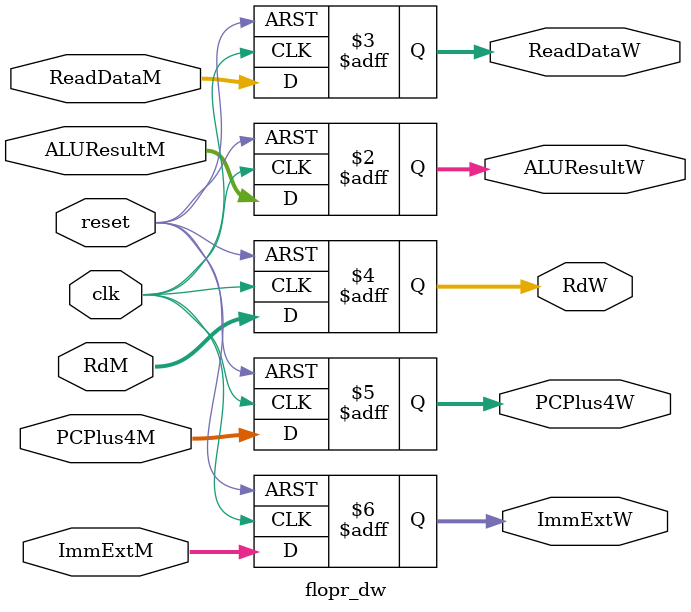
<source format=v>
/*
 * Module: flopr_dw
 * Description: Pipeline Register (M/W Stage) for DATA signals, 
 * with Asynchronous Reset. Passes data from Memory (M) to Write-Back (W).
 */
module flopr_dw (
    // Inputs (Control & Clock)
    input wire clk,             // 1. Clock
    input wire reset,           // 2. Asynchronous Reset (Active High)

    // Data Signals (M -> W)
    // ALU Result (32 bits assumed)
    input wire [31:0] ALUResultM, // 3. ALU Result (Memory) - M input
    output reg [31:0] ALUResultW, // 4. ALU Result (Write-Back) - W output

    // Read Data (32 bits assumed)
    input wire [31:0] ReadDataM,  // 5. Data read from memory (Memory) - M input
    output reg [31:0] ReadDataW,  // 6. Data read from memory (Write-Back) - W output

    // Destination Register Index (5 bits assumed)
    input wire [4:0] RdM,          // 7. Destination Register Index (Memory) - M input
    output reg [4:0] RdW,          // 8. Destination Register Index (Write-Back) - W output

    // PC Plus 4 (32 bits assumed)
    input wire [31:0] PCPlus4M,   // 9. PC + 4 (Memory) - M input
    output reg [31:0] PCPlus4W,    // 10. PC + 4 (Write-Back) - W output

    input wire [31:0] ImmExtM,  
    output reg [31:0] ImmExtW
);

    // --- Register Logic ---
    // This is a basic D-flop with an asynchronous reset.
    
    always @(posedge clk or posedge reset) begin
        if (reset) begin
            // Asynchronous Reset: Clear all data outputs
            ALUResultW  <= 32'h0;
            ReadDataW   <= 32'h0;
            RdW         <= 5'h0;
            PCPlus4W    <= 32'h0;
            ImmExtW     <= 32'h0;
        end else begin
            // Synchronous Load: Capture the data from the M stage
            ALUResultW  <= ALUResultM;
            ReadDataW   <= ReadDataM;
            RdW         <= RdM;
            PCPlus4W    <= PCPlus4M;
            ImmExtW     <= ImmExtM;
        end
    end

endmodule
</source>
